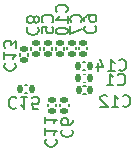
<source format=gbo>
G04 #@! TF.GenerationSoftware,KiCad,Pcbnew,(6.0.7)*
G04 #@! TF.CreationDate,2022-11-23T08:19:57-05:00*
G04 #@! TF.ProjectId,powerboard,706f7765-7262-46f6-9172-642e6b696361,rev?*
G04 #@! TF.SameCoordinates,Original*
G04 #@! TF.FileFunction,Legend,Bot*
G04 #@! TF.FilePolarity,Positive*
%FSLAX46Y46*%
G04 Gerber Fmt 4.6, Leading zero omitted, Abs format (unit mm)*
G04 Created by KiCad (PCBNEW (6.0.7)) date 2022-11-23 08:19:57*
%MOMM*%
%LPD*%
G01*
G04 APERTURE LIST*
G04 Aperture macros list*
%AMRoundRect*
0 Rectangle with rounded corners*
0 $1 Rounding radius*
0 $2 $3 $4 $5 $6 $7 $8 $9 X,Y pos of 4 corners*
0 Add a 4 corners polygon primitive as box body*
4,1,4,$2,$3,$4,$5,$6,$7,$8,$9,$2,$3,0*
0 Add four circle primitives for the rounded corners*
1,1,$1+$1,$2,$3*
1,1,$1+$1,$4,$5*
1,1,$1+$1,$6,$7*
1,1,$1+$1,$8,$9*
0 Add four rect primitives between the rounded corners*
20,1,$1+$1,$2,$3,$4,$5,0*
20,1,$1+$1,$4,$5,$6,$7,0*
20,1,$1+$1,$6,$7,$8,$9,0*
20,1,$1+$1,$8,$9,$2,$3,0*%
G04 Aperture macros list end*
%ADD10C,0.150000*%
%ADD11C,0.120000*%
%ADD12C,2.000000*%
%ADD13R,1.700000X1.700000*%
%ADD14O,1.700000X1.700000*%
%ADD15O,0.890000X1.550000*%
%ADD16O,1.250000X0.950000*%
%ADD17R,2.000000X2.000000*%
%ADD18R,3.200000X2.000000*%
%ADD19RoundRect,0.140000X-0.170000X0.140000X-0.170000X-0.140000X0.170000X-0.140000X0.170000X0.140000X0*%
%ADD20RoundRect,0.140000X0.170000X-0.140000X0.170000X0.140000X-0.170000X0.140000X-0.170000X-0.140000X0*%
%ADD21RoundRect,0.140000X0.140000X0.170000X-0.140000X0.170000X-0.140000X-0.170000X0.140000X-0.170000X0*%
%ADD22RoundRect,0.140000X-0.140000X-0.170000X0.140000X-0.170000X0.140000X0.170000X-0.140000X0.170000X0*%
G04 APERTURE END LIST*
D10*
X76760342Y-34307542D02*
X76807961Y-34259923D01*
X76855580Y-34117066D01*
X76855580Y-34021828D01*
X76807961Y-33878971D01*
X76712723Y-33783733D01*
X76617485Y-33736114D01*
X76427009Y-33688495D01*
X76284152Y-33688495D01*
X76093676Y-33736114D01*
X75998438Y-33783733D01*
X75903200Y-33878971D01*
X75855580Y-34021828D01*
X75855580Y-34117066D01*
X75903200Y-34259923D01*
X75950819Y-34307542D01*
X76855580Y-35259923D02*
X76855580Y-34688495D01*
X76855580Y-34974209D02*
X75855580Y-34974209D01*
X75998438Y-34878971D01*
X76093676Y-34783733D01*
X76141295Y-34688495D01*
X75855580Y-35878971D02*
X75855580Y-35974209D01*
X75903200Y-36069447D01*
X75950819Y-36117066D01*
X76046057Y-36164685D01*
X76236533Y-36212304D01*
X76474628Y-36212304D01*
X76665104Y-36164685D01*
X76760342Y-36117066D01*
X76807961Y-36069447D01*
X76855580Y-35974209D01*
X76855580Y-35878971D01*
X76807961Y-35783733D01*
X76760342Y-35736114D01*
X76665104Y-35688495D01*
X76474628Y-35640876D01*
X76236533Y-35640876D01*
X76046057Y-35688495D01*
X75950819Y-35736114D01*
X75903200Y-35783733D01*
X75855580Y-35878971D01*
X76401657Y-44286466D02*
X76354038Y-44334085D01*
X76306419Y-44476942D01*
X76306419Y-44572180D01*
X76354038Y-44715038D01*
X76449276Y-44810276D01*
X76544514Y-44857895D01*
X76734990Y-44905514D01*
X76877847Y-44905514D01*
X77068323Y-44857895D01*
X77163561Y-44810276D01*
X77258800Y-44715038D01*
X77306419Y-44572180D01*
X77306419Y-44476942D01*
X77258800Y-44334085D01*
X77211180Y-44286466D01*
X77306419Y-43429323D02*
X77306419Y-43619800D01*
X77258800Y-43715038D01*
X77211180Y-43762657D01*
X77068323Y-43857895D01*
X76877847Y-43905514D01*
X76496895Y-43905514D01*
X76401657Y-43857895D01*
X76354038Y-43810276D01*
X76306419Y-43715038D01*
X76306419Y-43524561D01*
X76354038Y-43429323D01*
X76401657Y-43381704D01*
X76496895Y-43334085D01*
X76734990Y-43334085D01*
X76830228Y-43381704D01*
X76877847Y-43429323D01*
X76925466Y-43524561D01*
X76925466Y-43715038D01*
X76877847Y-43810276D01*
X76830228Y-43857895D01*
X76734990Y-43905514D01*
X81116466Y-40438342D02*
X81164085Y-40485961D01*
X81306942Y-40533580D01*
X81402180Y-40533580D01*
X81545038Y-40485961D01*
X81640276Y-40390723D01*
X81687895Y-40295485D01*
X81735514Y-40105009D01*
X81735514Y-39962152D01*
X81687895Y-39771676D01*
X81640276Y-39676438D01*
X81545038Y-39581200D01*
X81402180Y-39533580D01*
X81306942Y-39533580D01*
X81164085Y-39581200D01*
X81116466Y-39628819D01*
X80164085Y-40533580D02*
X80735514Y-40533580D01*
X80449800Y-40533580D02*
X80449800Y-39533580D01*
X80545038Y-39676438D01*
X80640276Y-39771676D01*
X80735514Y-39819295D01*
X71575657Y-38666657D02*
X71528038Y-38714276D01*
X71480419Y-38857133D01*
X71480419Y-38952371D01*
X71528038Y-39095228D01*
X71623276Y-39190466D01*
X71718514Y-39238085D01*
X71908990Y-39285704D01*
X72051847Y-39285704D01*
X72242323Y-39238085D01*
X72337561Y-39190466D01*
X72432800Y-39095228D01*
X72480419Y-38952371D01*
X72480419Y-38857133D01*
X72432800Y-38714276D01*
X72385180Y-38666657D01*
X71480419Y-37714276D02*
X71480419Y-38285704D01*
X71480419Y-37999990D02*
X72480419Y-37999990D01*
X72337561Y-38095228D01*
X72242323Y-38190466D01*
X72194704Y-38285704D01*
X72480419Y-37380942D02*
X72480419Y-36761895D01*
X72099466Y-37095228D01*
X72099466Y-36952371D01*
X72051847Y-36857133D01*
X72004228Y-36809514D01*
X71908990Y-36761895D01*
X71670895Y-36761895D01*
X71575657Y-36809514D01*
X71528038Y-36857133D01*
X71480419Y-36952371D01*
X71480419Y-37238085D01*
X71528038Y-37333323D01*
X71575657Y-37380942D01*
X73506057Y-35625066D02*
X73458438Y-35672685D01*
X73410819Y-35815542D01*
X73410819Y-35910780D01*
X73458438Y-36053638D01*
X73553676Y-36148876D01*
X73648914Y-36196495D01*
X73839390Y-36244114D01*
X73982247Y-36244114D01*
X74172723Y-36196495D01*
X74267961Y-36148876D01*
X74363200Y-36053638D01*
X74410819Y-35910780D01*
X74410819Y-35815542D01*
X74363200Y-35672685D01*
X74315580Y-35625066D01*
X73982247Y-35053638D02*
X74029866Y-35148876D01*
X74077485Y-35196495D01*
X74172723Y-35244114D01*
X74220342Y-35244114D01*
X74315580Y-35196495D01*
X74363200Y-35148876D01*
X74410819Y-35053638D01*
X74410819Y-34863161D01*
X74363200Y-34767923D01*
X74315580Y-34720304D01*
X74220342Y-34672685D01*
X74172723Y-34672685D01*
X74077485Y-34720304D01*
X74029866Y-34767923D01*
X73982247Y-34863161D01*
X73982247Y-35053638D01*
X73934628Y-35148876D01*
X73887009Y-35196495D01*
X73791771Y-35244114D01*
X73601295Y-35244114D01*
X73506057Y-35196495D01*
X73458438Y-35148876D01*
X73410819Y-35053638D01*
X73410819Y-34863161D01*
X73458438Y-34767923D01*
X73506057Y-34720304D01*
X73601295Y-34672685D01*
X73791771Y-34672685D01*
X73887009Y-34720304D01*
X73934628Y-34767923D01*
X73982247Y-34863161D01*
X72509142Y-41603657D02*
X72461523Y-41556038D01*
X72318666Y-41508419D01*
X72223428Y-41508419D01*
X72080571Y-41556038D01*
X71985333Y-41651276D01*
X71937714Y-41746514D01*
X71890095Y-41936990D01*
X71890095Y-42079847D01*
X71937714Y-42270323D01*
X71985333Y-42365561D01*
X72080571Y-42460800D01*
X72223428Y-42508419D01*
X72318666Y-42508419D01*
X72461523Y-42460800D01*
X72509142Y-42413180D01*
X73461523Y-41508419D02*
X72890095Y-41508419D01*
X73175809Y-41508419D02*
X73175809Y-42508419D01*
X73080571Y-42365561D01*
X72985333Y-42270323D01*
X72890095Y-42222704D01*
X74366285Y-42508419D02*
X73890095Y-42508419D01*
X73842476Y-42032228D01*
X73890095Y-42079847D01*
X73985333Y-42127466D01*
X74223428Y-42127466D01*
X74318666Y-42079847D01*
X74366285Y-42032228D01*
X74413904Y-41936990D01*
X74413904Y-41698895D01*
X74366285Y-41603657D01*
X74318666Y-41556038D01*
X74223428Y-41508419D01*
X73985333Y-41508419D01*
X73890095Y-41556038D01*
X73842476Y-41603657D01*
X78382857Y-35523466D02*
X78335238Y-35571085D01*
X78287619Y-35713942D01*
X78287619Y-35809180D01*
X78335238Y-35952038D01*
X78430476Y-36047276D01*
X78525714Y-36094895D01*
X78716190Y-36142514D01*
X78859047Y-36142514D01*
X79049523Y-36094895D01*
X79144761Y-36047276D01*
X79240000Y-35952038D01*
X79287619Y-35809180D01*
X79287619Y-35713942D01*
X79240000Y-35571085D01*
X79192380Y-35523466D01*
X78287619Y-35047276D02*
X78287619Y-34856800D01*
X78335238Y-34761561D01*
X78382857Y-34713942D01*
X78525714Y-34618704D01*
X78716190Y-34571085D01*
X79097142Y-34571085D01*
X79192380Y-34618704D01*
X79240000Y-34666323D01*
X79287619Y-34761561D01*
X79287619Y-34952038D01*
X79240000Y-35047276D01*
X79192380Y-35094895D01*
X79097142Y-35142514D01*
X78859047Y-35142514D01*
X78763809Y-35094895D01*
X78716190Y-35047276D01*
X78668571Y-34952038D01*
X78668571Y-34761561D01*
X78716190Y-34666323D01*
X78763809Y-34618704D01*
X78859047Y-34571085D01*
X75566542Y-35190133D02*
X75614161Y-35142514D01*
X75661780Y-34999657D01*
X75661780Y-34904419D01*
X75614161Y-34761561D01*
X75518923Y-34666323D01*
X75423685Y-34618704D01*
X75233209Y-34571085D01*
X75090352Y-34571085D01*
X74899876Y-34618704D01*
X74804638Y-34666323D01*
X74709400Y-34761561D01*
X74661780Y-34904419D01*
X74661780Y-34999657D01*
X74709400Y-35142514D01*
X74757019Y-35190133D01*
X74661780Y-36094895D02*
X74661780Y-35618704D01*
X75137971Y-35571085D01*
X75090352Y-35618704D01*
X75042733Y-35713942D01*
X75042733Y-35952038D01*
X75090352Y-36047276D01*
X75137971Y-36094895D01*
X75233209Y-36142514D01*
X75471304Y-36142514D01*
X75566542Y-36094895D01*
X75614161Y-36047276D01*
X75661780Y-35952038D01*
X75661780Y-35713942D01*
X75614161Y-35618704D01*
X75566542Y-35571085D01*
X77979542Y-35164733D02*
X78027161Y-35117114D01*
X78074780Y-34974257D01*
X78074780Y-34879019D01*
X78027161Y-34736161D01*
X77931923Y-34640923D01*
X77836685Y-34593304D01*
X77646209Y-34545685D01*
X77503352Y-34545685D01*
X77312876Y-34593304D01*
X77217638Y-34640923D01*
X77122400Y-34736161D01*
X77074780Y-34879019D01*
X77074780Y-34974257D01*
X77122400Y-35117114D01*
X77170019Y-35164733D01*
X77074780Y-35498066D02*
X77074780Y-36164733D01*
X78074780Y-35736161D01*
X81541857Y-42267142D02*
X81589476Y-42314761D01*
X81732333Y-42362380D01*
X81827571Y-42362380D01*
X81970428Y-42314761D01*
X82065666Y-42219523D01*
X82113285Y-42124285D01*
X82160904Y-41933809D01*
X82160904Y-41790952D01*
X82113285Y-41600476D01*
X82065666Y-41505238D01*
X81970428Y-41410000D01*
X81827571Y-41362380D01*
X81732333Y-41362380D01*
X81589476Y-41410000D01*
X81541857Y-41457619D01*
X80589476Y-42362380D02*
X81160904Y-42362380D01*
X80875190Y-42362380D02*
X80875190Y-41362380D01*
X80970428Y-41505238D01*
X81065666Y-41600476D01*
X81160904Y-41648095D01*
X80208523Y-41457619D02*
X80160904Y-41410000D01*
X80065666Y-41362380D01*
X79827571Y-41362380D01*
X79732333Y-41410000D01*
X79684714Y-41457619D01*
X79637095Y-41552857D01*
X79637095Y-41648095D01*
X79684714Y-41790952D01*
X80256142Y-42362380D01*
X79637095Y-42362380D01*
X81211657Y-39219142D02*
X81259276Y-39266761D01*
X81402133Y-39314380D01*
X81497371Y-39314380D01*
X81640228Y-39266761D01*
X81735466Y-39171523D01*
X81783085Y-39076285D01*
X81830704Y-38885809D01*
X81830704Y-38742952D01*
X81783085Y-38552476D01*
X81735466Y-38457238D01*
X81640228Y-38362000D01*
X81497371Y-38314380D01*
X81402133Y-38314380D01*
X81259276Y-38362000D01*
X81211657Y-38409619D01*
X80259276Y-39314380D02*
X80830704Y-39314380D01*
X80544990Y-39314380D02*
X80544990Y-38314380D01*
X80640228Y-38457238D01*
X80735466Y-38552476D01*
X80830704Y-38600095D01*
X79402133Y-38647714D02*
X79402133Y-39314380D01*
X79640228Y-38266761D02*
X79878323Y-38981047D01*
X79259276Y-38981047D01*
X75055457Y-45092857D02*
X75007838Y-45140476D01*
X74960219Y-45283333D01*
X74960219Y-45378571D01*
X75007838Y-45521428D01*
X75103076Y-45616666D01*
X75198314Y-45664285D01*
X75388790Y-45711904D01*
X75531647Y-45711904D01*
X75722123Y-45664285D01*
X75817361Y-45616666D01*
X75912600Y-45521428D01*
X75960219Y-45378571D01*
X75960219Y-45283333D01*
X75912600Y-45140476D01*
X75864980Y-45092857D01*
X74960219Y-44140476D02*
X74960219Y-44711904D01*
X74960219Y-44426190D02*
X75960219Y-44426190D01*
X75817361Y-44521428D01*
X75722123Y-44616666D01*
X75674504Y-44711904D01*
X74960219Y-43188095D02*
X74960219Y-43759523D01*
X74960219Y-43473809D02*
X75960219Y-43473809D01*
X75817361Y-43569047D01*
X75722123Y-43664285D01*
X75674504Y-43759523D01*
X76560000Y-37306364D02*
X76560000Y-37522036D01*
X75840000Y-37306364D02*
X75840000Y-37522036D01*
X76221000Y-42322636D02*
X76221000Y-42106964D01*
X76941000Y-42322636D02*
X76941000Y-42106964D01*
D11*
X78365236Y-40263400D02*
X78149564Y-40263400D01*
X78365236Y-39543400D02*
X78149564Y-39543400D01*
D10*
X72792000Y-37814364D02*
X72792000Y-38030036D01*
X73512000Y-37814364D02*
X73512000Y-38030036D01*
X73782600Y-37306364D02*
X73782600Y-37522036D01*
X74502600Y-37306364D02*
X74502600Y-37522036D01*
X73221964Y-40483200D02*
X73437636Y-40483200D01*
X73221964Y-41203200D02*
X73437636Y-41203200D01*
X78541200Y-37280964D02*
X78541200Y-37496636D01*
X77821200Y-37280964D02*
X77821200Y-37496636D01*
X74824000Y-37306364D02*
X74824000Y-37522036D01*
X75544000Y-37306364D02*
X75544000Y-37522036D01*
X76830600Y-37280964D02*
X76830600Y-37496636D01*
X77550600Y-37280964D02*
X77550600Y-37496636D01*
X78390636Y-41304800D02*
X78174964Y-41304800D01*
X78390636Y-40584800D02*
X78174964Y-40584800D01*
X78365236Y-38527400D02*
X78149564Y-38527400D01*
X78365236Y-39247400D02*
X78149564Y-39247400D01*
X75899600Y-42322636D02*
X75899600Y-42106964D01*
X75179600Y-42322636D02*
X75179600Y-42106964D01*
%LPC*%
D12*
X125500200Y-37374000D03*
X119000200Y-37374000D03*
X125500200Y-41874000D03*
X119000200Y-41874000D03*
D13*
X87975200Y-58978800D03*
D14*
X90515200Y-58978800D03*
X93055200Y-58978800D03*
D15*
X80081000Y-16637000D03*
D16*
X74081000Y-19337000D03*
D15*
X73081000Y-16637000D03*
D16*
X79081000Y-19337000D03*
D12*
X125424000Y-54036400D03*
X118924000Y-54036400D03*
X125424000Y-58536400D03*
X118924000Y-58536400D03*
D13*
X107340400Y-55676800D03*
D14*
X107340400Y-53136800D03*
X107340400Y-50596800D03*
X107340400Y-48056800D03*
D13*
X53244200Y-49224800D03*
D14*
X53244200Y-51764800D03*
X53244200Y-54304800D03*
X53244200Y-56844800D03*
X53244200Y-59384800D03*
X53244200Y-61924800D03*
D13*
X78094600Y-58978800D03*
D14*
X80634600Y-58978800D03*
X83174600Y-58978800D03*
D13*
X100533600Y-55676800D03*
D14*
X100533600Y-53136800D03*
X100533600Y-50596800D03*
X100533600Y-48056800D03*
D13*
X63068200Y-17729200D03*
D14*
X60528200Y-17729200D03*
D17*
X110580600Y-22646000D03*
D12*
X110580600Y-27646000D03*
X110580600Y-25146000D03*
D18*
X118080600Y-30746000D03*
X118080600Y-19546000D03*
D12*
X125080600Y-27646000D03*
X125080600Y-22646000D03*
D13*
X97510600Y-25659000D03*
D14*
X97510600Y-23119000D03*
D12*
X125449400Y-44943200D03*
X118949400Y-44943200D03*
X118949400Y-49443200D03*
X125449400Y-49443200D03*
D13*
X80545750Y-24460200D03*
D14*
X80545750Y-27000200D03*
D13*
X52933600Y-43967400D03*
D14*
X52933600Y-41427400D03*
X52933600Y-38887400D03*
X52933600Y-36347400D03*
X52933600Y-33807400D03*
X52933600Y-31267400D03*
X52933600Y-28727400D03*
X52933600Y-26187400D03*
X52933600Y-23647400D03*
X52933600Y-21107400D03*
D19*
X76200000Y-36934200D03*
X76200000Y-37894200D03*
D20*
X76581000Y-42694800D03*
X76581000Y-41734800D03*
D21*
X78737400Y-39903400D03*
X77777400Y-39903400D03*
D19*
X73152000Y-37442200D03*
X73152000Y-38402200D03*
X74142600Y-36934200D03*
X74142600Y-37894200D03*
D22*
X72849800Y-40843200D03*
X73809800Y-40843200D03*
D19*
X78181200Y-36908800D03*
X78181200Y-37868800D03*
X75184000Y-36934200D03*
X75184000Y-37894200D03*
X77190600Y-36908800D03*
X77190600Y-37868800D03*
D21*
X78762800Y-40944800D03*
X77802800Y-40944800D03*
X78737400Y-38887400D03*
X77777400Y-38887400D03*
D20*
X75539600Y-42694800D03*
X75539600Y-41734800D03*
M02*

</source>
